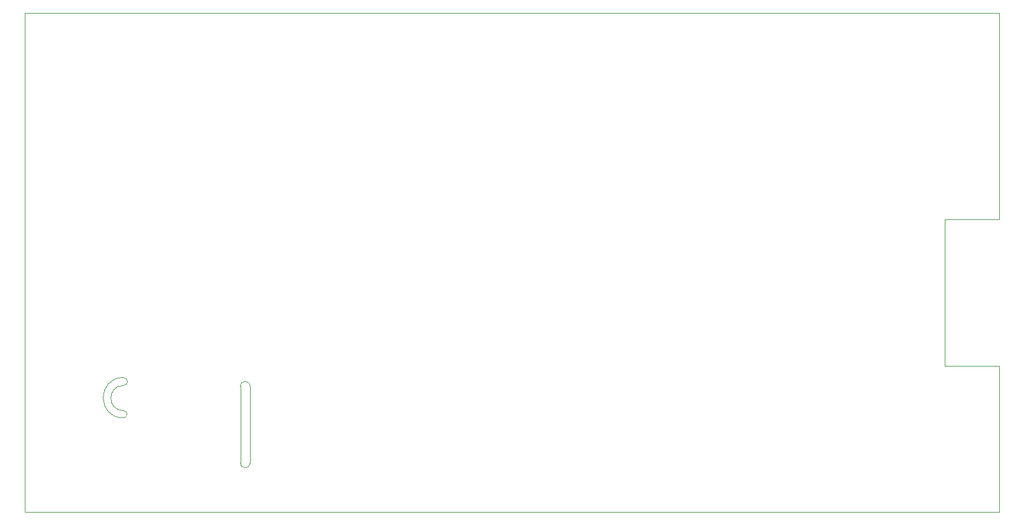
<source format=gbr>
%TF.GenerationSoftware,KiCad,Pcbnew,7.0.10*%
%TF.CreationDate,2024-06-13T10:18:47+07:00*%
%TF.ProjectId,board_dkth,626f6172-645f-4646-9b74-682e6b696361,rev?*%
%TF.SameCoordinates,Original*%
%TF.FileFunction,Profile,NP*%
%FSLAX46Y46*%
G04 Gerber Fmt 4.6, Leading zero omitted, Abs format (unit mm)*
G04 Created by KiCad (PCBNEW 7.0.10) date 2024-06-13 10:18:47*
%MOMM*%
%LPD*%
G01*
G04 APERTURE LIST*
%TA.AperFunction,Profile*%
%ADD10C,0.100000*%
%TD*%
G04 APERTURE END LIST*
D10*
X75095108Y-91037500D02*
G75*
G03*
X73704892Y-91037500I-695108J0D01*
G01*
X42820000Y-109070000D02*
X42820000Y-37580000D01*
X182400000Y-88100000D02*
X182400000Y-109070000D01*
X75095108Y-91037500D02*
X75095108Y-102012500D01*
X182400000Y-67130000D02*
X174600000Y-67130000D01*
X174600000Y-67130000D02*
X174600000Y-88100000D01*
X73704892Y-91037500D02*
X73704892Y-102012500D01*
X182400000Y-109070000D02*
X42820000Y-109070000D01*
X42820000Y-37580000D02*
X182400000Y-37600000D01*
X182400000Y-37600000D02*
X182400000Y-67130000D01*
X174600000Y-88100000D02*
X182400000Y-88100000D01*
X73704892Y-102012500D02*
G75*
G03*
X75095108Y-102012500I695108J0D01*
G01*
%TO.C,BTA16*%
X56955000Y-89784994D02*
G75*
G03*
X56955000Y-95584992I0J-2899999D01*
G01*
X56955000Y-95584992D02*
G75*
G03*
X56955000Y-94535000I0J524996D01*
G01*
X56955000Y-90935000D02*
G75*
G03*
X56955000Y-94535000I0J-1800000D01*
G01*
X56955000Y-90935000D02*
G75*
G03*
X56955000Y-89784994I0J575003D01*
G01*
%TD*%
M02*

</source>
